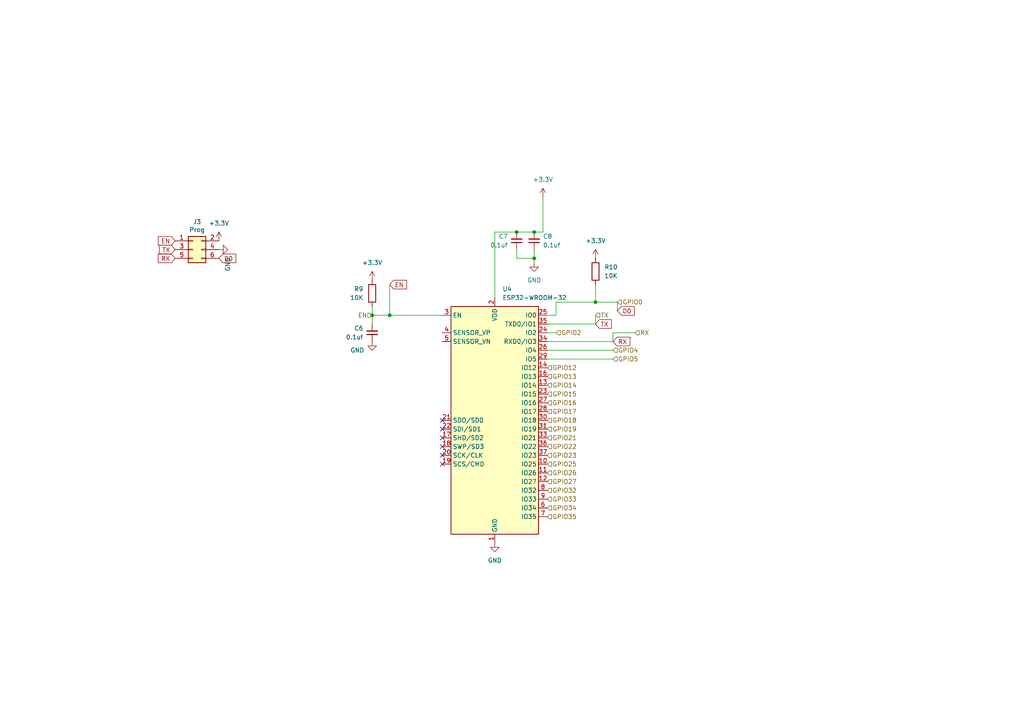
<source format=kicad_sch>
(kicad_sch (version 20231120) (generator "eeschema") (generator_version "8.0")
  (paper "A4")
  (lib_symbols
    (symbol "+3.3V_3" (power) (pin_names (offset 0))
      (property "Value" "+3.3V_3" (at 0 3.556 0))
      (symbol "+3.3V_3_0_1"
        (polyline (pts (xy -0.762 1.27) (xy 0 2.54)))
        (polyline (pts (xy 0 0) (xy 0 2.54)))
        (polyline (pts (xy 0 2.54) (xy 0.762 1.27)))
      )
      (symbol "+3.3V_3_1_1"
        (pin power_in line (at 0 0 90) (length 0) hide (name "+3.3V") (number "1"))
      )
    )
    (symbol "Connector_Generic:Conn_02x03_Odd_Even" (pin_names (offset 1.016) hide)
      (property "Reference" "J" (at 1.27 5.08 0))
      (property "Value" "Conn_02x03_Odd_Even" (at 1.27 -5.08 0))
      (symbol "Conn_02x03_Odd_Even_1_1"
        (rectangle (start -1.27 -2.413) (end 0 -2.667) (stroke (width 0.1524)))
        (rectangle (start -1.27 0.127) (end 0 -0.127) (stroke (width 0.1524)))
        (rectangle (start -1.27 2.667) (end 0 2.413) (stroke (width 0.1524)))
        (rectangle (start -1.27 3.81) (end 3.81 -3.81) (stroke (width 0.254)) (fill (type background)))
        (rectangle (start 3.81 -2.413) (end 2.54 -2.667) (stroke (width 0.1524)))
        (rectangle (start 3.81 0.127) (end 2.54 -0.127) (stroke (width 0.1524)))
        (rectangle (start 3.81 2.667) (end 2.54 2.413) (stroke (width 0.1524)))
        (pin passive line (at -5.08 2.54 0) (length 3.81) (name "Pin_1") (number "1"))
        (pin passive line (at 7.62 2.54 180) (length 3.81) (name "Pin_2") (number "2"))
        (pin passive line (at -5.08 0 0) (length 3.81) (name "Pin_3") (number "3"))
        (pin passive line (at 7.62 0 180) (length 3.81) (name "Pin_4") (number "4"))
        (pin passive line (at -5.08 -2.54 0) (length 3.81) (name "Pin_5") (number "5"))
        (pin passive line (at 7.62 -2.54 180) (length 3.81) (name "Pin_6") (number "6"))
      )
    )
    (symbol "Device:C_Small" (pin_numbers hide) (pin_names (offset 0.254) hide)
      (property "Reference" "C" (at 0.254 1.778 0))
      (property "Value" "C_Small" (at 0.254 -2.032 0))
      (symbol "C_Small_0_1"
        (polyline (pts (xy -1.524 -0.508) (xy 1.524 -0.508)) (stroke (width 0.3302)))
        (polyline (pts (xy -1.524 0.508) (xy 1.524 0.508)) (stroke (width 0.3048)))
      )
      (symbol "C_Small_1_1"
        (pin passive line (at 0 2.54 270) (length 2.032) (name "~") (number "1"))
        (pin passive line (at 0 -2.54 90) (length 2.032) (name "~") (number "2"))
      )
    )
    (symbol "Device:R" (pin_numbers hide) (pin_names (offset 0))
      (property "Reference" "R" (at 2.032 0 90))
      (property "Value" "R" (at 0 0 90))
      (symbol "R_0_1"
        (rectangle (start -1.016 -2.54) (end 1.016 2.54) (stroke (width 0.254)))
      )
      (symbol "R_1_1"
        (pin passive line (at 0 3.81 270) (length 1.27) (name "~") (number "1"))
        (pin passive line (at 0 -3.81 90) (length 1.27) (name "~") (number "2"))
      )
    )
    (symbol "GND_22" (power) (pin_names (offset 0))
      (property "Value" "GND_22" (at 0 -3.81 0))
      (symbol "GND_22_0_1"
        (polyline (pts (xy 0 0) (xy 0 -1.27) (xy 1.27 -1.27) (xy 0 -2.54) (xy -1.27 -1.27) (xy 0 -1.27)))
      )
      (symbol "GND_22_1_1"
        (pin power_in line (at 0 0 270) (length 0) hide (name "GND") (number "1"))
      )
    )
    (symbol "RF_Module:ESP32-WROOM-32"
      (property "Reference" "U" (at -12.7 34.29 0))
      (property "Value" "ESP32-WROOM-32" (at 1.27 34.29 0))
      (symbol "ESP32-WROOM-32_0_1"
        (rectangle (start -12.7 33.02) (end 12.7 -33.02) (stroke (width 0.254)) (fill (type background)))
      )
      (symbol "ESP32-WROOM-32_1_1"
        (pin power_in line (at 0 -35.56 90) (length 2.54) (name "GND") (number "1"))
        (pin bidirectional line (at 15.24 -12.7 180) (length 2.54) (name "IO25") (number "10"))
        (pin bidirectional line (at 15.24 -15.24 180) (length 2.54) (name "IO26") (number "11"))
        (pin bidirectional line (at 15.24 -17.78 180) (length 2.54) (name "IO27") (number "12"))
        (pin bidirectional line (at 15.24 10.16 180) (length 2.54) (name "IO14") (number "13"))
        (pin bidirectional line (at 15.24 15.24 180) (length 2.54) (name "IO12") (number "14"))
        (pin passive line (at 0 -35.56 90) (length 2.54) hide (name "GND") (number "15"))
        (pin bidirectional line (at 15.24 12.7 180) (length 2.54) (name "IO13") (number "16"))
        (pin bidirectional line (at -15.24 -5.08 0) (length 2.54) (name "SHD/SD2") (number "17"))
        (pin bidirectional line (at -15.24 -7.62 0) (length 2.54) (name "SWP/SD3") (number "18"))
        (pin bidirectional line (at -15.24 -12.7 0) (length 2.54) (name "SCS/CMD") (number "19"))
        (pin power_in line (at 0 35.56 270) (length 2.54) (name "VDD") (number "2"))
        (pin bidirectional line (at -15.24 -10.16 0) (length 2.54) (name "SCK/CLK") (number "20"))
        (pin bidirectional line (at -15.24 0 0) (length 2.54) (name "SDO/SD0") (number "21"))
        (pin bidirectional line (at -15.24 -2.54 0) (length 2.54) (name "SDI/SD1") (number "22"))
        (pin bidirectional line (at 15.24 7.62 180) (length 2.54) (name "IO15") (number "23"))
        (pin bidirectional line (at 15.24 25.4 180) (length 2.54) (name "IO2") (number "24"))
        (pin bidirectional line (at 15.24 30.48 180) (length 2.54) (name "IO0") (number "25"))
        (pin bidirectional line (at 15.24 20.32 180) (length 2.54) (name "IO4") (number "26"))
        (pin bidirectional line (at 15.24 5.08 180) (length 2.54) (name "IO16") (number "27"))
        (pin bidirectional line (at 15.24 2.54 180) (length 2.54) (name "IO17") (number "28"))
        (pin bidirectional line (at 15.24 17.78 180) (length 2.54) (name "IO5") (number "29"))
        (pin input line (at -15.24 30.48 0) (length 2.54) (name "EN") (number "3"))
        (pin bidirectional line (at 15.24 0 180) (length 2.54) (name "IO18") (number "30"))
        (pin bidirectional line (at 15.24 -2.54 180) (length 2.54) (name "IO19") (number "31"))
        (pin no_connect line (at -12.7 -27.94 0) (length 2.54) hide (name "NC") (number "32"))
        (pin bidirectional line (at 15.24 -5.08 180) (length 2.54) (name "IO21") (number "33"))
        (pin bidirectional line (at 15.24 22.86 180) (length 2.54) (name "RXD0/IO3") (number "34"))
        (pin bidirectional line (at 15.24 27.94 180) (length 2.54) (name "TXD0/IO1") (number "35"))
        (pin bidirectional line (at 15.24 -7.62 180) (length 2.54) (name "IO22") (number "36"))
        (pin bidirectional line (at 15.24 -10.16 180) (length 2.54) (name "IO23") (number "37"))
        (pin passive line (at 0 -35.56 90) (length 2.54) hide (name "GND") (number "38"))
        (pin passive line (at 0 -35.56 90) (length 2.54) hide (name "GND") (number "39"))
        (pin input line (at -15.24 25.4 0) (length 2.54) (name "SENSOR_VP") (number "4"))
        (pin input line (at -15.24 22.86 0) (length 2.54) (name "SENSOR_VN") (number "5"))
        (pin input line (at 15.24 -25.4 180) (length 2.54) (name "IO34") (number "6"))
        (pin input line (at 15.24 -27.94 180) (length 2.54) (name "IO35") (number "7"))
        (pin bidirectional line (at 15.24 -20.32 180) (length 2.54) (name "IO32") (number "8"))
        (pin bidirectional line (at 15.24 -22.86 180) (length 2.54) (name "IO33") (number "9"))
      )
    )
  )
  (junction (at 154.94 74.93))
  (junction (at 172.72 87.63))
  (junction (at 154.94 67.31))
  (junction (at 149.86 67.31))
  (junction (at 107.95 91.44))
  (junction (at 113.03 91.44))
  (no_connect (at 128.27 121.92))
  (no_connect (at 128.27 127))
  (no_connect (at 128.27 132.08))
  (no_connect (at 128.27 129.54))
  (no_connect (at 128.27 134.62))
  (no_connect (at 128.27 124.46))
  (wire (pts (xy 113.03 82.55) (xy 113.03 91.44)))
  (wire (pts (xy 149.86 67.31) (xy 154.94 67.31)))
  (wire (pts (xy 149.86 72.39) (xy 149.86 74.93)))
  (wire (pts (xy 157.48 67.31) (xy 154.94 67.31)))
  (wire (pts (xy 177.8 104.14) (xy 158.75 104.14)))
  (wire (pts (xy 149.86 67.31) (xy 143.51 67.31)))
  (wire (pts (xy 107.95 93.98) (xy 107.95 91.44)))
  (wire (pts (xy 157.48 57.15) (xy 157.48 67.31)))
  (wire (pts (xy 107.95 88.9) (xy 107.95 91.44)))
  (wire (pts (xy 172.72 82.55) (xy 172.72 87.63)))
  (wire (pts (xy 161.29 91.44) (xy 161.29 87.63)))
  (wire (pts (xy 179.07 87.63) (xy 172.72 87.63)))
  (wire (pts (xy 158.75 91.44) (xy 161.29 91.44)))
  (wire (pts (xy 113.03 91.44) (xy 128.27 91.44)))
  (wire (pts (xy 154.94 72.39) (xy 154.94 74.93)))
  (wire (pts (xy 161.29 87.63) (xy 172.72 87.63)))
  (wire (pts (xy 158.75 101.6) (xy 177.8 101.6)))
  (wire (pts (xy 172.72 91.44) (xy 172.72 93.98)))
  (wire (pts (xy 161.29 96.52) (xy 158.75 96.52)))
  (wire (pts (xy 179.07 87.63) (xy 179.07 90.17)))
  (wire (pts (xy 143.51 67.31) (xy 143.51 86.36)))
  (wire (pts (xy 158.75 93.98) (xy 172.72 93.98)))
  (wire (pts (xy 184.15 96.52) (xy 177.8 96.52)))
  (wire (pts (xy 154.94 74.93) (xy 154.94 76.2)))
  (wire (pts (xy 177.8 96.52) (xy 177.8 99.06)))
  (wire (pts (xy 149.86 74.93) (xy 154.94 74.93)))
  (wire (pts (xy 158.75 99.06) (xy 177.8 99.06)))
  (wire (pts (xy 107.95 91.44) (xy 113.03 91.44)))
  (global_label "EN" (shape input) (at 113.03 82.55 0) (property "Intersheetrefs" "${INTERSHEET_REFS}" (effects (hide yes))))
  (global_label "RX" (shape input) (at 50.8 74.93 180) (property "Intersheetrefs" "${INTERSHEET_REFS}" (effects (hide yes))))
  (global_label "EN" (shape input) (at 50.8 69.85 180) (property "Intersheetrefs" "${INTERSHEET_REFS}" (effects (hide yes))))
  (global_label "D0" (shape input) (at 179.07 90.17 0) (property "Intersheetrefs" "${INTERSHEET_REFS}" (effects (hide yes))))
  (global_label "TX" (shape input) (at 172.72 93.98 0) (property "Intersheetrefs" "${INTERSHEET_REFS}" (effects (hide yes))))
  (global_label "TX" (shape input) (at 50.8 72.39 180) (property "Intersheetrefs" "${INTERSHEET_REFS}" (effects (hide yes))))
  (global_label "D0" (shape input) (at 63.5 74.93 0) (property "Intersheetrefs" "${INTERSHEET_REFS}" (effects (hide yes))))
  (global_label "RX" (shape input) (at 177.8 99.06 0) (property "Intersheetrefs" "${INTERSHEET_REFS}" (effects (hide yes))))
  (hierarchical_label "GPIO2" (shape input) (at 161.29 96.52 0))
  (hierarchical_label "GPIO35" (shape input) (at 158.75 149.86 0))
  (hierarchical_label "GPIO21" (shape input) (at 158.75 127 0))
  (hierarchical_label "TX" (shape input) (at 172.72 91.44 0))
  (hierarchical_label "GPIO33" (shape input) (at 158.75 144.78 0))
  (hierarchical_label "GPIO18" (shape input) (at 158.75 121.92 0))
  (hierarchical_label "GPIO13" (shape input) (at 158.75 109.22 0))
  (hierarchical_label "GPIO34" (shape input) (at 158.75 147.32 0))
  (hierarchical_label "GPIO32" (shape input) (at 158.75 142.24 0))
  (hierarchical_label "GPIO23" (shape input) (at 158.75 132.08 0))
  (hierarchical_label "GPIO26" (shape input) (at 158.75 137.16 0))
  (hierarchical_label "GPIO17" (shape input) (at 158.75 119.38 0))
  (hierarchical_label "GPIO27" (shape input) (at 158.75 139.7 0))
  (hierarchical_label "GPIO5" (shape input) (at 177.8 104.14 0))
  (hierarchical_label "GPIO22" (shape input) (at 158.75 129.54 0))
  (hierarchical_label "GPIO4" (shape input) (at 177.8 101.6 0))
  (hierarchical_label "GPIO16" (shape input) (at 158.75 116.84 0))
  (hierarchical_label "RX" (shape input) (at 184.15 96.52 0))
  (hierarchical_label "GPIO15" (shape input) (at 158.75 114.3 0))
  (hierarchical_label "EN" (shape input) (at 107.95 91.44 180))
  (hierarchical_label "GPIO14" (shape input) (at 158.75 111.76 0))
  (hierarchical_label "GPIO0" (shape input) (at 179.07 87.63 0))
  (hierarchical_label "GPIO12" (shape input) (at 158.75 106.68 0))
  (hierarchical_label "GPIO25" (shape input) (at 158.75 134.62 0))
  (hierarchical_label "GPIO19" (shape input) (at 158.75 124.46 0))
  (symbol (lib_id "Device:R") (at 107.95 85.09 0) (mirror y) (unit 1)
    (property "Reference" "R9" (at 105.41 83.8199 0) (effects (justify left)))
    (property "Value" "10K" (at 105.41 86.3599 0) (effects (justify left)))
    (property "Footprint" "Resistor_SMD:R_0603_1608Metric" (effects (hide yes)))
    (property "LINK" "https://www.digikey.com/en/products/detail/stackpole-electronics-inc/RMCF0805JT10K0/1757762" (effects (hide yes)))
    (instances (project "CONTROL WIFI ESP32 S3 V4.0" (path "" (reference "R9") (unit 1))) (project "TocBoatReceiver" (path "" (reference "R5") (unit 1))))
  )
  (symbol (lib_id "Device:C_Small") (at 154.94 69.85 180) (unit 1)
    (property "Reference" "C8" (at 157.48 68.5736 0) (effects (justify right)))
    (property "Value" "0.1uf" (at 157.48 71.1136 0) (effects (justify right)))
    (property "Footprint" "Capacitor_SMD:C_0603_1608Metric" (effects (hide yes)))
    (property "LINK" "https://www.digikey.com/en/products/detail/samsung-electro-mechanics/CL21B104KBCNNNC/3886661" (effects (hide yes)))
    (instances (project "CONTROL WIFI ESP32 S3 V4.0" (path "" (reference "C8") (unit 1))) (project "TocBoatReceiver" (path "" (reference "C3") (unit 1))))
  )
  (symbol (lib_name "+3.3V_3") (lib_id "power:+3.3V") (at 172.72 74.93 0) (mirror y) (unit 1)
    (property "Reference" "#PWR026" (effects (hide yes)))
    (property "Value" "+3.3V" (at 172.72 69.85 0))
    (instances (project "TocBoatReceiver" (path "" (reference "#PWR026") (unit 1))) (project "TocBoatReceiver" (path "" (reference "#PWR06") (unit 1))))
  )
  (symbol (lib_name "GND_22") (lib_id "power:GND") (at 154.94 76.2 0) (unit 1)
    (property "Reference" "#PWR024" (effects (hide yes)))
    (property "Value" "GND" (at 154.94 81.28 0))
    (instances (project "CONTROL WIFI ESP32 S3 V4.0" (path "" (reference "#PWR024") (unit 1))) (project "TocBoatReceiver" (path "" (reference "#PWR032") (unit 1))))
  )
  (symbol (lib_name "GND_22") (lib_id "power:GND") (at 143.51 157.48 0) (unit 1)
    (property "Reference" "#PWR023" (effects (hide yes)))
    (property "Value" "GND" (at 143.51 162.56 0))
    (instances (project "CONTROL WIFI ESP32 S3 V4.0" (path "" (reference "#PWR023") (unit 1))) (project "TocBoatReceiver" (path "" (reference "#PWR029") (unit 1))))
  )
  (symbol (lib_name "+3.3V_3") (lib_id "power:+3.3V") (at 63.5 69.85 0) (unit 1)
    (property "Reference" "#PWR019" (effects (hide yes)))
    (property "Value" "+3.3V" (at 63.5 64.77 0))
  )
  (symbol (lib_name "+3.3V_3") (lib_id "power:+3.3V") (at 157.48 57.15 0) (unit 1)
    (property "Reference" "#PWR025" (effects (hide yes)))
    (property "Value" "+3.3V" (at 157.48 52.07 0))
    (instances (project "CONTROL WIFI ESP32 S3 V4.0" (path "" (reference "#PWR025") (unit 1))) (project "TocBoatReceiver" (path "" (reference "#PWR033") (unit 1))))
  )
  (symbol (lib_name "GND_22") (lib_id "power:GND") (at 63.5 72.39 90) (unit 1)
    (property "Reference" "#PWR020" (effects (hide yes)))
    (property "Value" "GND" (at 66.04 76.708 0))
  )
  (symbol (lib_id "Device:R") (at 172.72 78.74 0) (unit 1)
    (property "Reference" "R10" (at 175.26 77.4699 0) (effects (justify left)))
    (property "Value" "10K" (at 175.26 80.0099 0) (effects (justify left)))
    (property "Footprint" "Resistor_SMD:R_0603_1608Metric" (effects (hide yes)))
    (property "LINK" "https://www.digikey.com/en/products/detail/stackpole-electronics-inc/RMCF0805JT10K0/1757762" (effects (hide yes)))
    (instances (project "TocBoatReceiver" (path "" (reference "R10") (unit 1))) (project "TocBoatReceiver" (path "" (reference "R1") (unit 1))))
  )
  (symbol (lib_id "RF_Module:ESP32-WROOM-32") (at 143.51 121.92 0) (unit 1)
    (property "Reference" "U4" (at 145.7041 83.82 0) (effects (justify left)))
    (property "Value" "ESP32-WROOM-32" (at 145.7041 86.36 0) (effects (justify left)))
    (property "Footprint" "RF_Module:ESP32-WROOM-32" (effects (hide yes)))
    (property "Datasheet" "https://www.espressif.com/sites/default/files/documentation/esp32-wroom-32_datasheet_en.pdf" (effects (hide yes)))
    (property "Description" "RF Module, ESP32-D0WDQ6 SoC, Wi-Fi 802.11b/g/n, Bluetooth, BLE, 32-bit, 2.7-3.6V, onboard antenna, SMD" (effects (hide yes)))
    (instances (project "" (path "" (reference "U4") (unit 1))) (project "" (path "" (reference "U3") (unit 1))))
  )
  (symbol (lib_name "GND_22") (lib_id "power:GND") (at 107.95 99.06 0) (unit 1)
    (property "Reference" "#PWR022" (effects (hide yes)))
    (property "Value" "GND" (at 103.632 101.6 0))
    (instances (project "CONTROL WIFI ESP32 S3 V4.0" (path "" (reference "#PWR022") (unit 1))) (project "TocBoatReceiver" (path "" (reference "#PWR011") (unit 1))))
  )
  (symbol (lib_id "Device:C_Small") (at 107.95 96.52 0) (mirror x) (unit 1)
    (property "Reference" "C6" (at 105.41 95.2436 0) (effects (justify right)))
    (property "Value" "0.1uf" (at 105.41 97.7836 0) (effects (justify right)))
    (property "Footprint" "Capacitor_SMD:C_0603_1608Metric" (effects (hide yes)))
    (property "LINK" "https://www.digikey.com/en/products/detail/samsung-electro-mechanics/CL21B104KBCNNNC/3886661" (effects (hide yes)))
    (instances (project "CONTROL WIFI ESP32 S3 V4.0" (path "" (reference "C6") (unit 1))) (project "TocBoatReceiver" (path "" (reference "C1") (unit 1))))
  )
  (symbol (lib_id "Connector_Generic:Conn_02x03_Odd_Even") (at 55.88 72.39 0) (unit 1)
    (property "Reference" "J3" (at 57.15 64.3382 0))
    (property "Value" "Prog" (at 57.15 66.6496 0))
    (property "Footprint" "Connector_PinHeader_1.27mm:PinHeader_2x03_P1.27mm_Vertical_SMD" (effects (hide yes)))
    (instances (project "CONTROL WIFI ESP32 S3 V4.0" (path "" (reference "J3") (unit 1))) (project "TocBoatReceiver" (path "" (reference "J1") (unit 1))))
  )
  (symbol (lib_name "+3.3V_3") (lib_id "power:+3.3V") (at 107.95 81.28 0) (unit 1)
    (property "Reference" "#PWR021" (effects (hide yes)))
    (property "Value" "+3.3V" (at 107.95 76.2 0))
    (instances (project "CONTROL WIFI ESP32 S3 V4.0" (path "" (reference "#PWR021") (unit 1))) (project "TocBoatReceiver" (path "" (reference "#PWR010") (unit 1))))
  )
  (symbol (lib_id "Device:C_Small") (at 149.86 69.85 0) (mirror x) (unit 1)
    (property "Reference" "C7" (at 147.32 68.5736 0) (effects (justify right)))
    (property "Value" "0.1uf" (at 147.32 71.1136 0) (effects (justify right)))
    (property "Footprint" "Capacitor_SMD:C_0603_1608Metric" (effects (hide yes)))
    (property "LINK" "https://www.digikey.com/en/products/detail/samsung-electro-mechanics/CL21B104KBCNNNC/3886661" (effects (hide yes)))
    (instances (project "CONTROL WIFI ESP32 S3 V4.0" (path "" (reference "C7") (unit 1))) (project "TocBoatReceiver" (path "" (reference "C2") (unit 1))))
  )
)
</source>
